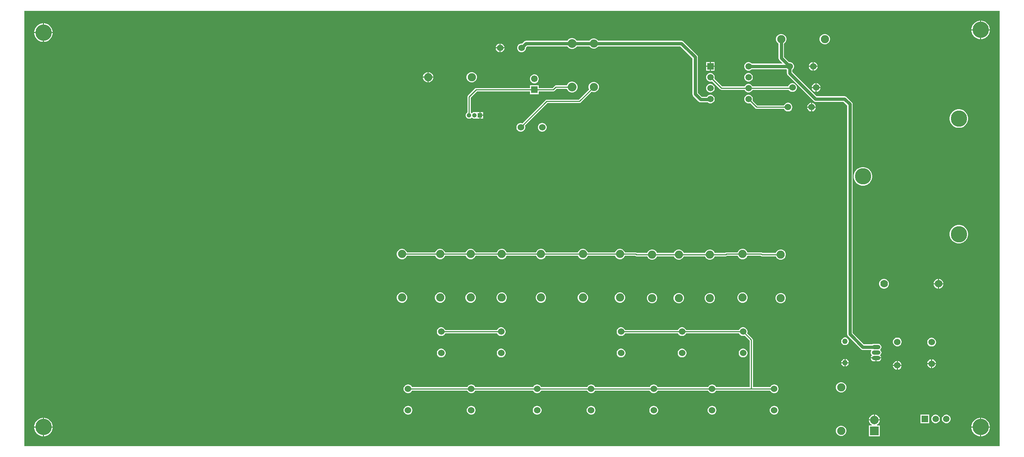
<source format=gbr>
%TF.GenerationSoftware,Altium Limited,DefaultClient, ()*%
G04 Layer_Physical_Order=2*
G04 Layer_Color=16711680*
%FSLAX26Y26*%
%MOIN*%
%TF.SameCoordinates,A8440E4E-9477-41F0-85EB-1FC8FE2754A5*%
%TF.FilePolarity,Positive*%
%TF.FileFunction,Copper,L2,Bot,Signal*%
%TF.Part,Single*%
G01*
G75*
%TA.AperFunction,Conductor*%
%ADD11C,0.010000*%
%ADD12C,0.030000*%
%TA.AperFunction,ComponentPad*%
%ADD14C,0.059055*%
%ADD15R,0.059055X0.059055*%
%ADD16C,0.060000*%
%ADD17C,0.041339*%
%ADD18R,0.041339X0.041339*%
%ADD19C,0.150000*%
%ADD20C,0.070000*%
%ADD21C,0.078740*%
%ADD22R,0.078740X0.078740*%
%TA.AperFunction,ViaPad*%
%ADD23C,0.150000*%
%TA.AperFunction,ComponentPad*%
%ADD24O,0.078740X0.039370*%
%ADD25O,0.078740X0.039370*%
%ADD26C,0.050000*%
%ADD27C,0.075000*%
%ADD28R,0.061024X0.061024*%
%ADD29C,0.061024*%
%ADD30C,0.080000*%
G36*
X8950000Y1000000D02*
X0D01*
Y5000000D01*
X8950000D01*
Y1000000D01*
D02*
G37*
%LPC*%
G36*
X8783372Y4910000D02*
X8780000D01*
Y4830000D01*
X8860000D01*
Y4833372D01*
X8856734Y4849794D01*
X8850326Y4865263D01*
X8841024Y4879184D01*
X8829184Y4891024D01*
X8815263Y4900326D01*
X8799794Y4906734D01*
X8783372Y4910000D01*
D02*
G37*
G36*
X8770000D02*
X8766628D01*
X8750206Y4906734D01*
X8734737Y4900326D01*
X8720816Y4891024D01*
X8708976Y4879184D01*
X8699674Y4865263D01*
X8693266Y4849794D01*
X8690000Y4833372D01*
Y4830000D01*
X8770000D01*
Y4910000D01*
D02*
G37*
G36*
X183372Y4885000D02*
X180000D01*
Y4805000D01*
X260000D01*
Y4808372D01*
X256733Y4824794D01*
X250326Y4840263D01*
X241024Y4854184D01*
X229184Y4866024D01*
X215263Y4875326D01*
X199794Y4881734D01*
X183372Y4885000D01*
D02*
G37*
G36*
X170000D02*
X166628D01*
X150206Y4881734D01*
X134737Y4875326D01*
X120816Y4866024D01*
X108976Y4854184D01*
X99674Y4840263D01*
X93266Y4824794D01*
X90000Y4808372D01*
Y4805000D01*
X170000D01*
Y4885000D01*
D02*
G37*
G36*
X8860000Y4820000D02*
X8780000D01*
Y4740000D01*
X8783372D01*
X8799794Y4743266D01*
X8815263Y4749674D01*
X8829184Y4758976D01*
X8841024Y4770816D01*
X8850326Y4784737D01*
X8856734Y4800206D01*
X8860000Y4816628D01*
Y4820000D01*
D02*
G37*
G36*
X8770000D02*
X8690000D01*
Y4816628D01*
X8693266Y4800206D01*
X8699674Y4784737D01*
X8708976Y4770816D01*
X8720816Y4758976D01*
X8734737Y4749674D01*
X8750206Y4743266D01*
X8766628Y4740000D01*
X8770000D01*
Y4820000D01*
D02*
G37*
G36*
X260000Y4795000D02*
X180000D01*
Y4715000D01*
X183372D01*
X199794Y4718266D01*
X215263Y4724674D01*
X229184Y4733976D01*
X241024Y4745816D01*
X250326Y4759737D01*
X256733Y4775206D01*
X260000Y4791628D01*
Y4795000D01*
D02*
G37*
G36*
X170000D02*
X90000D01*
Y4791628D01*
X93266Y4775206D01*
X99674Y4759737D01*
X108976Y4745816D01*
X120816Y4733976D01*
X134737Y4724674D01*
X150206Y4718266D01*
X166628Y4715000D01*
X170000D01*
Y4795000D01*
D02*
G37*
G36*
X7351253Y4787504D02*
X7338747D01*
X7326666Y4784267D01*
X7315834Y4778014D01*
X7306990Y4769170D01*
X7300737Y4758338D01*
X7297500Y4746257D01*
Y4733751D01*
X7300737Y4721670D01*
X7306990Y4710838D01*
X7315834Y4701994D01*
X7326666Y4695741D01*
X7338747Y4692504D01*
X7351253D01*
X7363334Y4695741D01*
X7374166Y4701994D01*
X7383010Y4710838D01*
X7389263Y4721670D01*
X7392500Y4733751D01*
Y4746257D01*
X7389263Y4758338D01*
X7383010Y4769170D01*
X7374166Y4778014D01*
X7363334Y4784267D01*
X7351253Y4787504D01*
D02*
G37*
G36*
X4370266Y4700000D02*
X4370000D01*
Y4665000D01*
X4405000D01*
Y4665266D01*
X4402274Y4675439D01*
X4397008Y4684561D01*
X4389561Y4692008D01*
X4380439Y4697274D01*
X4370266Y4700000D01*
D02*
G37*
G36*
X4360000D02*
X4359734D01*
X4349561Y4697274D01*
X4340439Y4692008D01*
X4332992Y4684561D01*
X4327726Y4675439D01*
X4325000Y4665266D01*
Y4665000D01*
X4360000D01*
Y4700000D01*
D02*
G37*
G36*
X4405000Y4655000D02*
X4370000D01*
Y4620000D01*
X4370266D01*
X4380439Y4622726D01*
X4389561Y4627992D01*
X4397008Y4635439D01*
X4402274Y4644561D01*
X4405000Y4654734D01*
Y4655000D01*
D02*
G37*
G36*
X4360000D02*
X4325000D01*
Y4654734D01*
X4327726Y4644561D01*
X4332992Y4635439D01*
X4340439Y4627992D01*
X4349561Y4622726D01*
X4359734Y4620000D01*
X4360000D01*
Y4655000D01*
D02*
G37*
G36*
X6951253Y4787504D02*
X6938747D01*
X6926666Y4784267D01*
X6915834Y4778014D01*
X6906990Y4769170D01*
X6900737Y4758338D01*
X6897500Y4746257D01*
Y4733751D01*
X6900737Y4721670D01*
X6906990Y4710838D01*
X6915834Y4701994D01*
X6919510Y4699872D01*
Y4566732D01*
X6921450Y4556977D01*
X6926976Y4548708D01*
X6955575Y4520109D01*
X6953661Y4515490D01*
X6675411D01*
X6669270Y4521630D01*
X6660257Y4526834D01*
X6650204Y4529528D01*
X6639796D01*
X6629743Y4526834D01*
X6620730Y4521630D01*
X6613370Y4514270D01*
X6608166Y4505257D01*
X6605472Y4495204D01*
Y4484796D01*
X6608166Y4474743D01*
X6613370Y4465730D01*
X6620730Y4458370D01*
X6629743Y4453166D01*
X6639796Y4450472D01*
X6650204D01*
X6660257Y4453166D01*
X6669270Y4458370D01*
X6675411Y4464510D01*
X6990653D01*
X6996242Y4458921D01*
Y4428268D01*
X6998182Y4418514D01*
X7003708Y4410244D01*
X7241976Y4171976D01*
X7250245Y4166450D01*
X7260000Y4164510D01*
X7516442D01*
X7549510Y4131442D01*
Y2029000D01*
X7551450Y2019245D01*
X7556976Y2010976D01*
X7675976Y1891976D01*
X7684245Y1886450D01*
X7694000Y1884510D01*
X7770687D01*
X7772868Y1879510D01*
X7769385Y1874971D01*
X7766394Y1867749D01*
X7765374Y1860000D01*
X7766394Y1852251D01*
X7769385Y1845029D01*
X7774143Y1838828D01*
X7775874Y1837500D01*
Y1832500D01*
X7774143Y1831172D01*
X7769385Y1824971D01*
X7766394Y1817749D01*
X7766032Y1815000D01*
X7815000D01*
X7863968D01*
X7863606Y1817749D01*
X7860615Y1824971D01*
X7855857Y1831172D01*
X7854126Y1832500D01*
Y1837500D01*
X7855857Y1838828D01*
X7860615Y1845029D01*
X7863606Y1852251D01*
X7864626Y1860000D01*
X7863606Y1867749D01*
X7860615Y1874971D01*
X7855857Y1881172D01*
X7854126Y1882500D01*
Y1887500D01*
X7855857Y1888828D01*
X7860615Y1895029D01*
X7863606Y1902251D01*
X7864626Y1910000D01*
X7863606Y1917749D01*
X7860615Y1924971D01*
X7855857Y1931172D01*
X7849656Y1935930D01*
X7842434Y1938921D01*
X7834685Y1939941D01*
X7795315D01*
X7787566Y1938921D01*
X7780344Y1935930D01*
X7779771Y1935490D01*
X7704558D01*
X7600490Y2039558D01*
Y4142000D01*
X7598550Y4151755D01*
X7593024Y4160024D01*
X7545024Y4208024D01*
X7536755Y4213550D01*
X7527000Y4215490D01*
X7270558D01*
X7047222Y4438826D01*
Y4458921D01*
X7053740Y4465439D01*
X7059006Y4474561D01*
X7061732Y4484734D01*
Y4495266D01*
X7059006Y4505439D01*
X7053740Y4514561D01*
X7046293Y4522008D01*
X7037171Y4527274D01*
X7026998Y4530000D01*
X7017780D01*
X6970490Y4577290D01*
Y4699872D01*
X6974166Y4701994D01*
X6983010Y4710838D01*
X6989263Y4721670D01*
X6992500Y4733751D01*
Y4746257D01*
X6989263Y4758338D01*
X6983010Y4769170D01*
X6974166Y4778014D01*
X6963334Y4784267D01*
X6951253Y4787504D01*
D02*
G37*
G36*
X7243534Y4530000D02*
X7243268D01*
Y4495000D01*
X7278268D01*
Y4495266D01*
X7275542Y4505439D01*
X7270276Y4514561D01*
X7262829Y4522008D01*
X7253707Y4527274D01*
X7243534Y4530000D01*
D02*
G37*
G36*
X6334528Y4529528D02*
X6300000D01*
Y4495000D01*
X6334528D01*
Y4529528D01*
D02*
G37*
G36*
X6290000D02*
X6255472D01*
Y4495000D01*
X6290000D01*
Y4529528D01*
D02*
G37*
G36*
X7233268Y4530000D02*
X7233002D01*
X7222829Y4527274D01*
X7213707Y4522008D01*
X7206260Y4514561D01*
X7200994Y4505439D01*
X7198268Y4495266D01*
Y4495000D01*
X7233268D01*
Y4530000D01*
D02*
G37*
G36*
X6334528Y4485000D02*
X6300000D01*
Y4450472D01*
X6334528D01*
Y4485000D01*
D02*
G37*
G36*
X6290000D02*
X6255472D01*
Y4450472D01*
X6290000D01*
Y4485000D01*
D02*
G37*
G36*
X7278268D02*
X7243268D01*
Y4450000D01*
X7243534D01*
X7253707Y4452726D01*
X7262829Y4457992D01*
X7270276Y4465439D01*
X7275542Y4474561D01*
X7278268Y4484734D01*
Y4485000D01*
D02*
G37*
G36*
X7233268D02*
X7198268D01*
Y4484734D01*
X7200994Y4474561D01*
X7206260Y4465439D01*
X7213707Y4457992D01*
X7222829Y4452726D01*
X7233002Y4450000D01*
X7233268D01*
Y4485000D01*
D02*
G37*
G36*
X3711253Y4437496D02*
X3710000D01*
Y4394996D01*
X3752500D01*
Y4396249D01*
X3749263Y4408330D01*
X3743010Y4419162D01*
X3734166Y4428006D01*
X3723334Y4434259D01*
X3711253Y4437496D01*
D02*
G37*
G36*
X3700000D02*
X3698747D01*
X3686666Y4434259D01*
X3675834Y4428006D01*
X3666990Y4419162D01*
X3660737Y4408330D01*
X3657500Y4396249D01*
Y4394996D01*
X3700000D01*
Y4437496D01*
D02*
G37*
G36*
X6650204Y4429528D02*
X6639796D01*
X6629743Y4426834D01*
X6620730Y4421630D01*
X6613370Y4414270D01*
X6608166Y4405257D01*
X6605472Y4395204D01*
Y4384796D01*
X6608166Y4374743D01*
X6613370Y4365730D01*
X6620730Y4358370D01*
X6629743Y4353166D01*
X6639796Y4350472D01*
X6650204D01*
X6660257Y4353166D01*
X6669270Y4358370D01*
X6676630Y4365730D01*
X6681834Y4374743D01*
X6684528Y4384796D01*
Y4395204D01*
X6681834Y4405257D01*
X6676630Y4414270D01*
X6669270Y4421630D01*
X6660257Y4426834D01*
X6650204Y4429528D01*
D02*
G37*
G36*
X4111253Y4437496D02*
X4098747D01*
X4086666Y4434259D01*
X4075834Y4428006D01*
X4066990Y4419162D01*
X4060737Y4408330D01*
X4057500Y4396249D01*
Y4383743D01*
X4060737Y4371662D01*
X4066990Y4360830D01*
X4075834Y4351986D01*
X4086666Y4345733D01*
X4098747Y4342496D01*
X4111253D01*
X4123334Y4345733D01*
X4134166Y4351986D01*
X4143010Y4360830D01*
X4149263Y4371662D01*
X4152500Y4383743D01*
Y4396249D01*
X4149263Y4408330D01*
X4143010Y4419162D01*
X4134166Y4428006D01*
X4123334Y4434259D01*
X4111253Y4437496D01*
D02*
G37*
G36*
X3752500Y4384996D02*
X3710000D01*
Y4342496D01*
X3711253D01*
X3723334Y4345733D01*
X3734166Y4351986D01*
X3743010Y4360830D01*
X3749263Y4371662D01*
X3752500Y4383743D01*
Y4384996D01*
D02*
G37*
G36*
X3700000D02*
X3657500D01*
Y4383743D01*
X3660737Y4371662D01*
X3666990Y4360830D01*
X3675834Y4351986D01*
X3686666Y4345733D01*
X3698747Y4342496D01*
X3700000D01*
Y4384996D01*
D02*
G37*
G36*
X4685333Y4415512D02*
X4674667D01*
X4664363Y4412751D01*
X4655125Y4407417D01*
X4647583Y4399875D01*
X4642249Y4390637D01*
X4639488Y4380333D01*
Y4369667D01*
X4642249Y4359363D01*
X4647583Y4350125D01*
X4655125Y4342583D01*
X4664363Y4337249D01*
X4674667Y4334488D01*
X4685333D01*
X4695637Y4337249D01*
X4704875Y4342583D01*
X4712417Y4350125D01*
X4717751Y4359363D01*
X4720512Y4369667D01*
Y4380333D01*
X4717751Y4390637D01*
X4712417Y4399875D01*
X4704875Y4407417D01*
X4695637Y4412751D01*
X4685333Y4415512D01*
D02*
G37*
G36*
X7270266Y4335000D02*
X7270000D01*
Y4300000D01*
X7305000D01*
Y4300266D01*
X7302274Y4310439D01*
X7297008Y4319561D01*
X7289561Y4327008D01*
X7280439Y4332274D01*
X7270266Y4335000D01*
D02*
G37*
G36*
X7260000D02*
X7259734D01*
X7249561Y4332274D01*
X7240439Y4327008D01*
X7232992Y4319561D01*
X7227726Y4310439D01*
X7225000Y4300266D01*
Y4300000D01*
X7260000D01*
Y4335000D01*
D02*
G37*
G36*
X5031583Y4350000D02*
X5018417D01*
X5005701Y4346592D01*
X4994299Y4340010D01*
X4984990Y4330701D01*
X4978408Y4319299D01*
X4977334Y4315294D01*
X4877000D01*
X4871147Y4314130D01*
X4866186Y4310814D01*
X4845665Y4290294D01*
X4720512D01*
Y4315512D01*
X4639488D01*
Y4290294D01*
X4145000D01*
X4139147Y4289130D01*
X4134186Y4285814D01*
X4069186Y4220814D01*
X4065870Y4215853D01*
X4064706Y4210000D01*
Y4066584D01*
X4061169Y4064541D01*
X4055459Y4058831D01*
X4051421Y4051838D01*
X4049331Y4044038D01*
Y4035962D01*
X4051421Y4028162D01*
X4055459Y4021169D01*
X4061169Y4015459D01*
X4068162Y4011421D01*
X4075962Y4009331D01*
X4084038D01*
X4091838Y4011421D01*
X4098831Y4015459D01*
X4101645Y4018272D01*
X4105000Y4020820D01*
X4108355Y4018272D01*
X4111169Y4015459D01*
X4118162Y4011421D01*
X4125962Y4009331D01*
X4134038D01*
X4141838Y4011421D01*
X4144331Y4012860D01*
X4149331Y4009973D01*
Y4009331D01*
X4175000D01*
Y4040000D01*
Y4070669D01*
X4149331D01*
Y4070027D01*
X4144331Y4067140D01*
X4141838Y4068579D01*
X4134038Y4070669D01*
X4125962D01*
X4118162Y4068579D01*
X4111169Y4064541D01*
X4108355Y4061728D01*
X4105000Y4059180D01*
X4101645Y4061728D01*
X4098831Y4064541D01*
X4095294Y4066584D01*
Y4203665D01*
X4151335Y4259706D01*
X4639488D01*
Y4234488D01*
X4720512D01*
Y4259706D01*
X4852000D01*
X4857853Y4260870D01*
X4862814Y4264186D01*
X4883335Y4284706D01*
X4977334D01*
X4978408Y4280701D01*
X4984990Y4269299D01*
X4994299Y4259990D01*
X5005701Y4253408D01*
X5018417Y4250000D01*
X5031583D01*
X5044299Y4253408D01*
X5055701Y4259990D01*
X5065010Y4269299D01*
X5071592Y4280701D01*
X5075000Y4293417D01*
Y4306583D01*
X5071592Y4319299D01*
X5065010Y4330701D01*
X5055701Y4340010D01*
X5044299Y4346592D01*
X5031583Y4350000D01*
D02*
G37*
G36*
X7305000Y4290000D02*
X7270000D01*
Y4255000D01*
X7270266D01*
X7280439Y4257726D01*
X7289561Y4262992D01*
X7297008Y4270439D01*
X7302274Y4279561D01*
X7305000Y4289734D01*
Y4290000D01*
D02*
G37*
G36*
X7260000D02*
X7225000D01*
Y4289734D01*
X7227726Y4279561D01*
X7232992Y4270439D01*
X7240439Y4262992D01*
X7249561Y4257726D01*
X7259734Y4255000D01*
X7260000D01*
Y4290000D01*
D02*
G37*
G36*
X6300204Y4429528D02*
X6289796D01*
X6279743Y4426834D01*
X6270730Y4421630D01*
X6263370Y4414270D01*
X6258166Y4405257D01*
X6255472Y4395204D01*
Y4384796D01*
X6258166Y4374743D01*
X6263370Y4365730D01*
X6270730Y4358370D01*
X6279743Y4353166D01*
X6289796Y4350472D01*
X6300204D01*
X6310216Y4353155D01*
X6384186Y4279185D01*
X6389147Y4275870D01*
X6395000Y4274706D01*
X6608187D01*
X6613370Y4265730D01*
X6620730Y4258370D01*
X6629743Y4253166D01*
X6639796Y4250472D01*
X6650204D01*
X6660257Y4253166D01*
X6669270Y4258370D01*
X6676630Y4265730D01*
X6681813Y4274706D01*
X7013995D01*
X7016458Y4270439D01*
X7023905Y4262992D01*
X7033027Y4257726D01*
X7043200Y4255000D01*
X7053732D01*
X7063905Y4257726D01*
X7073027Y4262992D01*
X7080474Y4270439D01*
X7085740Y4279561D01*
X7088466Y4289734D01*
Y4300266D01*
X7085740Y4310439D01*
X7080474Y4319561D01*
X7073027Y4327008D01*
X7063905Y4332274D01*
X7053732Y4335000D01*
X7043200D01*
X7033027Y4332274D01*
X7023905Y4327008D01*
X7016458Y4319561D01*
X7011192Y4310439D01*
X7009813Y4305294D01*
X6681813D01*
X6676630Y4314270D01*
X6669270Y4321630D01*
X6660257Y4326834D01*
X6650204Y4329528D01*
X6639796D01*
X6629743Y4326834D01*
X6620730Y4321630D01*
X6613370Y4314270D01*
X6608187Y4305294D01*
X6401335D01*
X6331845Y4374784D01*
X6334528Y4384796D01*
Y4395204D01*
X6331834Y4405257D01*
X6326630Y4414270D01*
X6319270Y4421630D01*
X6310257Y4426834D01*
X6300204Y4429528D01*
D02*
G37*
G36*
X5231257Y4347500D02*
X5218751D01*
X5206670Y4344263D01*
X5195838Y4338010D01*
X5186994Y4329166D01*
X5180741Y4318334D01*
X5177504Y4306253D01*
Y4293747D01*
X5180741Y4281666D01*
X5182315Y4278940D01*
X5087669Y4184294D01*
X4794000D01*
X4788147Y4183130D01*
X4783186Y4179814D01*
X4570570Y3967199D01*
X4570439Y3967274D01*
X4560266Y3970000D01*
X4549734D01*
X4539561Y3967274D01*
X4530439Y3962008D01*
X4522992Y3954561D01*
X4517726Y3945439D01*
X4515000Y3935266D01*
Y3924734D01*
X4517726Y3914561D01*
X4522992Y3905439D01*
X4530439Y3897992D01*
X4539561Y3892726D01*
X4549734Y3890000D01*
X4560266D01*
X4570439Y3892726D01*
X4579561Y3897992D01*
X4587008Y3905439D01*
X4592274Y3914561D01*
X4595000Y3924734D01*
Y3935266D01*
X4592274Y3945439D01*
X4592199Y3945570D01*
X4800335Y4153706D01*
X5094004D01*
X5099857Y4154870D01*
X5104818Y4158186D01*
X5203944Y4257311D01*
X5206670Y4255737D01*
X5218751Y4252500D01*
X5231257D01*
X5243338Y4255737D01*
X5254170Y4261990D01*
X5263014Y4270834D01*
X5269267Y4281666D01*
X5272504Y4293747D01*
Y4306253D01*
X5269267Y4318334D01*
X5263014Y4329166D01*
X5254170Y4338010D01*
X5243338Y4344263D01*
X5231257Y4347500D01*
D02*
G37*
G36*
X6300204Y4329528D02*
X6289796D01*
X6279743Y4326834D01*
X6270730Y4321630D01*
X6263370Y4314270D01*
X6258166Y4305257D01*
X6255472Y4295204D01*
Y4284796D01*
X6258166Y4274743D01*
X6263370Y4265730D01*
X6270730Y4258370D01*
X6279743Y4253166D01*
X6289796Y4250472D01*
X6300204D01*
X6310257Y4253166D01*
X6319270Y4258370D01*
X6326630Y4265730D01*
X6331834Y4274743D01*
X6334528Y4284796D01*
Y4295204D01*
X6331834Y4305257D01*
X6326630Y4314270D01*
X6319270Y4321630D01*
X6310257Y4326834D01*
X6300204Y4329528D01*
D02*
G37*
G36*
X5031583Y4750000D02*
X5018417D01*
X5005701Y4746592D01*
X4994299Y4740010D01*
X4984990Y4730701D01*
X4981982Y4725490D01*
X4601850D01*
X4592095Y4723550D01*
X4583826Y4718024D01*
X4565802Y4700000D01*
X4556584D01*
X4546411Y4697274D01*
X4537289Y4692008D01*
X4529842Y4684561D01*
X4524576Y4675439D01*
X4521850Y4665266D01*
Y4654734D01*
X4524576Y4644561D01*
X4529842Y4635439D01*
X4537289Y4627992D01*
X4546411Y4622726D01*
X4556584Y4620000D01*
X4567116D01*
X4577289Y4622726D01*
X4586411Y4627992D01*
X4593858Y4635439D01*
X4599124Y4644561D01*
X4601850Y4654734D01*
Y4663952D01*
X4612408Y4674510D01*
X4981982D01*
X4984990Y4669299D01*
X4994299Y4659990D01*
X5005701Y4653408D01*
X5018417Y4650000D01*
X5031583D01*
X5044299Y4653408D01*
X5055701Y4659990D01*
X5065010Y4669299D01*
X5068018Y4674510D01*
X5184872D01*
X5186994Y4670834D01*
X5195838Y4661990D01*
X5206670Y4655737D01*
X5218751Y4652500D01*
X5231257D01*
X5243338Y4655737D01*
X5254170Y4661990D01*
X5263014Y4670834D01*
X5265136Y4674510D01*
X6019442D01*
X6129510Y4564442D01*
Y4235000D01*
X6131450Y4225245D01*
X6136976Y4216976D01*
X6186976Y4166976D01*
X6195245Y4161450D01*
X6205000Y4159510D01*
X6269589D01*
X6270730Y4158370D01*
X6279743Y4153166D01*
X6289796Y4150472D01*
X6300204D01*
X6310257Y4153166D01*
X6319270Y4158370D01*
X6326630Y4165730D01*
X6331834Y4174743D01*
X6334528Y4184796D01*
Y4195204D01*
X6331834Y4205257D01*
X6326630Y4214270D01*
X6319270Y4221630D01*
X6310257Y4226834D01*
X6300204Y4229528D01*
X6289796D01*
X6279743Y4226834D01*
X6270730Y4221630D01*
X6263370Y4214270D01*
X6261187Y4210490D01*
X6215558D01*
X6180490Y4245558D01*
Y4575000D01*
X6178550Y4584755D01*
X6173024Y4593024D01*
X6048024Y4718024D01*
X6039755Y4723550D01*
X6030000Y4725490D01*
X5265136D01*
X5263014Y4729166D01*
X5254170Y4738010D01*
X5243338Y4744263D01*
X5231257Y4747500D01*
X5218751D01*
X5206670Y4744263D01*
X5195838Y4738010D01*
X5186994Y4729166D01*
X5184872Y4725490D01*
X5068018D01*
X5065010Y4730701D01*
X5055701Y4740010D01*
X5044299Y4746592D01*
X5031583Y4750000D01*
D02*
G37*
G36*
X7228534Y4155000D02*
X7228268D01*
Y4120000D01*
X7263268D01*
Y4120266D01*
X7260542Y4130439D01*
X7255276Y4139561D01*
X7247829Y4147008D01*
X7238707Y4152274D01*
X7228534Y4155000D01*
D02*
G37*
G36*
X7218268D02*
X7218002D01*
X7207829Y4152274D01*
X7198707Y4147008D01*
X7191260Y4139561D01*
X7185994Y4130439D01*
X7183268Y4120266D01*
Y4120000D01*
X7218268D01*
Y4155000D01*
D02*
G37*
G36*
X7263268Y4110000D02*
X7228268D01*
Y4075000D01*
X7228534D01*
X7238707Y4077726D01*
X7247829Y4082992D01*
X7255276Y4090439D01*
X7260542Y4099561D01*
X7263268Y4109734D01*
Y4110000D01*
D02*
G37*
G36*
X7218268D02*
X7183268D01*
Y4109734D01*
X7185994Y4099561D01*
X7191260Y4090439D01*
X7198707Y4082992D01*
X7207829Y4077726D01*
X7218002Y4075000D01*
X7218268D01*
Y4110000D01*
D02*
G37*
G36*
X6650204Y4229528D02*
X6639796D01*
X6629743Y4226834D01*
X6620730Y4221630D01*
X6613370Y4214270D01*
X6608166Y4205257D01*
X6605472Y4195204D01*
Y4184796D01*
X6608166Y4174743D01*
X6613370Y4165730D01*
X6620730Y4158370D01*
X6629743Y4153166D01*
X6639796Y4150472D01*
X6650204D01*
X6660216Y4153155D01*
X6709186Y4104186D01*
X6714147Y4100870D01*
X6720000Y4099706D01*
X6969419D01*
X6969458Y4099561D01*
X6974724Y4090439D01*
X6982171Y4082992D01*
X6991293Y4077726D01*
X7001466Y4075000D01*
X7011998D01*
X7022171Y4077726D01*
X7031293Y4082992D01*
X7038740Y4090439D01*
X7044006Y4099561D01*
X7046732Y4109734D01*
Y4120266D01*
X7044006Y4130439D01*
X7038740Y4139561D01*
X7031293Y4147008D01*
X7022171Y4152274D01*
X7011998Y4155000D01*
X7001466D01*
X6991293Y4152274D01*
X6982171Y4147008D01*
X6974724Y4139561D01*
X6969458Y4130439D01*
X6969419Y4130294D01*
X6726335D01*
X6681845Y4174784D01*
X6684528Y4184796D01*
Y4195204D01*
X6681834Y4205257D01*
X6676630Y4214270D01*
X6669270Y4221630D01*
X6660257Y4226834D01*
X6650204Y4229528D01*
D02*
G37*
G36*
X4210669Y4070669D02*
X4185000D01*
Y4045000D01*
X4210669D01*
Y4070669D01*
D02*
G37*
G36*
Y4035000D02*
X4185000D01*
Y4009331D01*
X4210669D01*
Y4035000D01*
D02*
G37*
G36*
X8583372Y4095000D02*
X8566628D01*
X8550206Y4091733D01*
X8534737Y4085326D01*
X8520816Y4076024D01*
X8508976Y4064184D01*
X8499674Y4050263D01*
X8493266Y4034794D01*
X8490000Y4018372D01*
Y4001628D01*
X8493266Y3985206D01*
X8499674Y3969737D01*
X8508976Y3955816D01*
X8520816Y3943976D01*
X8534737Y3934674D01*
X8550206Y3928267D01*
X8566628Y3925000D01*
X8583372D01*
X8599794Y3928267D01*
X8615263Y3934674D01*
X8629184Y3943976D01*
X8641024Y3955816D01*
X8650326Y3969737D01*
X8656734Y3985206D01*
X8660000Y4001628D01*
Y4018372D01*
X8656734Y4034794D01*
X8650326Y4050263D01*
X8641024Y4064184D01*
X8629184Y4076024D01*
X8615263Y4085326D01*
X8599794Y4091733D01*
X8583372Y4095000D01*
D02*
G37*
G36*
X4757116Y3970000D02*
X4746584D01*
X4736411Y3967274D01*
X4727289Y3962008D01*
X4719842Y3954561D01*
X4714576Y3945439D01*
X4711850Y3935266D01*
Y3924734D01*
X4714576Y3914561D01*
X4719842Y3905439D01*
X4727289Y3897992D01*
X4736411Y3892726D01*
X4746584Y3890000D01*
X4757116D01*
X4767289Y3892726D01*
X4776411Y3897992D01*
X4783858Y3905439D01*
X4789124Y3914561D01*
X4791850Y3924734D01*
Y3935266D01*
X4789124Y3945439D01*
X4783858Y3954561D01*
X4776411Y3962008D01*
X4767289Y3967274D01*
X4757116Y3970000D01*
D02*
G37*
G36*
X7703372Y3564000D02*
X7686628D01*
X7670206Y3560733D01*
X7654737Y3554326D01*
X7640816Y3545024D01*
X7628976Y3533184D01*
X7619674Y3519263D01*
X7613266Y3503794D01*
X7610000Y3487372D01*
Y3470628D01*
X7613266Y3454206D01*
X7619674Y3438737D01*
X7628976Y3424816D01*
X7640816Y3412976D01*
X7654737Y3403674D01*
X7670206Y3397267D01*
X7686628Y3394000D01*
X7703372D01*
X7719794Y3397267D01*
X7735263Y3403674D01*
X7749184Y3412976D01*
X7761024Y3424816D01*
X7770326Y3438737D01*
X7776734Y3454206D01*
X7780000Y3470628D01*
Y3487372D01*
X7776734Y3503794D01*
X7770326Y3519263D01*
X7761024Y3533184D01*
X7749184Y3545024D01*
X7735263Y3554326D01*
X7719794Y3560733D01*
X7703372Y3564000D01*
D02*
G37*
G36*
X8583372Y3033000D02*
X8566628D01*
X8550206Y3029733D01*
X8534737Y3023326D01*
X8520816Y3014024D01*
X8508976Y3002184D01*
X8499674Y2988263D01*
X8493266Y2972794D01*
X8490000Y2956372D01*
Y2939628D01*
X8493266Y2923206D01*
X8499674Y2907737D01*
X8508976Y2893816D01*
X8520816Y2881976D01*
X8534737Y2872674D01*
X8550206Y2866267D01*
X8566628Y2863000D01*
X8583372D01*
X8599794Y2866267D01*
X8615263Y2872674D01*
X8629184Y2881976D01*
X8641024Y2893816D01*
X8650326Y2907737D01*
X8656734Y2923206D01*
X8660000Y2939628D01*
Y2956372D01*
X8656734Y2972794D01*
X8650326Y2988263D01*
X8641024Y3002184D01*
X8629184Y3014024D01*
X8615263Y3023326D01*
X8599794Y3029733D01*
X8583372Y3033000D01*
D02*
G37*
G36*
X6596257Y2812500D02*
X6583751D01*
X6571670Y2809263D01*
X6560838Y2803010D01*
X6551994Y2794166D01*
X6545741Y2783334D01*
X6544926Y2780294D01*
X6442000D01*
X6436147Y2779130D01*
X6431186Y2775814D01*
X6430665Y2775294D01*
X6335082D01*
X6334267Y2778334D01*
X6328014Y2789166D01*
X6319170Y2798010D01*
X6308338Y2804263D01*
X6296257Y2807500D01*
X6283751D01*
X6271670Y2804263D01*
X6260838Y2798010D01*
X6251994Y2789166D01*
X6245741Y2778334D01*
X6244926Y2775294D01*
X6050082D01*
X6049267Y2778334D01*
X6043014Y2789166D01*
X6034170Y2798010D01*
X6023338Y2804263D01*
X6011257Y2807500D01*
X5998751D01*
X5986670Y2804263D01*
X5975838Y2798010D01*
X5966994Y2789166D01*
X5960741Y2778334D01*
X5959926Y2775294D01*
X5805082D01*
X5804267Y2778334D01*
X5798014Y2789166D01*
X5789170Y2798010D01*
X5778338Y2804263D01*
X5766257Y2807500D01*
X5753751D01*
X5741670Y2804263D01*
X5730838Y2798010D01*
X5721994Y2789166D01*
X5715741Y2778334D01*
X5714926Y2775294D01*
X5621335D01*
X5620814Y2775814D01*
X5615853Y2779130D01*
X5610000Y2780294D01*
X5510082D01*
X5509267Y2783334D01*
X5503014Y2794166D01*
X5494170Y2803010D01*
X5483338Y2809263D01*
X5471257Y2812500D01*
X5458751D01*
X5446670Y2809263D01*
X5435838Y2803010D01*
X5426994Y2794166D01*
X5420741Y2783334D01*
X5419926Y2780294D01*
X5170082D01*
X5169267Y2783334D01*
X5163014Y2794166D01*
X5154170Y2803010D01*
X5143338Y2809263D01*
X5131257Y2812500D01*
X5118751D01*
X5106670Y2809263D01*
X5095838Y2803010D01*
X5086994Y2794166D01*
X5080741Y2783334D01*
X5079926Y2780294D01*
X4785078D01*
X4784263Y2783334D01*
X4778010Y2794166D01*
X4769166Y2803010D01*
X4758334Y2809263D01*
X4746253Y2812500D01*
X4733747D01*
X4721666Y2809263D01*
X4710834Y2803010D01*
X4701990Y2794166D01*
X4695737Y2783334D01*
X4694922Y2780294D01*
X4425078D01*
X4424263Y2783334D01*
X4418010Y2794166D01*
X4409166Y2803010D01*
X4398334Y2809263D01*
X4386253Y2812500D01*
X4373747D01*
X4361666Y2809263D01*
X4350834Y2803010D01*
X4341990Y2794166D01*
X4335737Y2783334D01*
X4334922Y2780294D01*
X4140078D01*
X4139263Y2783334D01*
X4133010Y2794166D01*
X4124166Y2803010D01*
X4113334Y2809263D01*
X4101253Y2812500D01*
X4088747D01*
X4076666Y2809263D01*
X4065834Y2803010D01*
X4056990Y2794166D01*
X4050737Y2783334D01*
X4049922Y2780294D01*
X3860078D01*
X3859263Y2783334D01*
X3853010Y2794166D01*
X3844166Y2803010D01*
X3833334Y2809263D01*
X3821253Y2812500D01*
X3808747D01*
X3796666Y2809263D01*
X3785834Y2803010D01*
X3776990Y2794166D01*
X3770737Y2783334D01*
X3769922Y2780294D01*
X3510078D01*
X3509263Y2783334D01*
X3503010Y2794166D01*
X3494166Y2803010D01*
X3483334Y2809263D01*
X3471253Y2812500D01*
X3458747D01*
X3446666Y2809263D01*
X3435834Y2803010D01*
X3426990Y2794166D01*
X3420737Y2783334D01*
X3417500Y2771253D01*
Y2758747D01*
X3420737Y2746666D01*
X3426990Y2735834D01*
X3435834Y2726990D01*
X3446666Y2720737D01*
X3458747Y2717500D01*
X3471253D01*
X3483334Y2720737D01*
X3494166Y2726990D01*
X3503010Y2735834D01*
X3509263Y2746666D01*
X3510078Y2749706D01*
X3769922D01*
X3770737Y2746666D01*
X3776990Y2735834D01*
X3785834Y2726990D01*
X3796666Y2720737D01*
X3808747Y2717500D01*
X3821253D01*
X3833334Y2720737D01*
X3844166Y2726990D01*
X3853010Y2735834D01*
X3859263Y2746666D01*
X3860078Y2749706D01*
X4049922D01*
X4050737Y2746666D01*
X4056990Y2735834D01*
X4065834Y2726990D01*
X4076666Y2720737D01*
X4088747Y2717500D01*
X4101253D01*
X4113334Y2720737D01*
X4124166Y2726990D01*
X4133010Y2735834D01*
X4139263Y2746666D01*
X4140078Y2749706D01*
X4334922D01*
X4335737Y2746666D01*
X4341990Y2735834D01*
X4350834Y2726990D01*
X4361666Y2720737D01*
X4373747Y2717500D01*
X4386253D01*
X4398334Y2720737D01*
X4409166Y2726990D01*
X4418010Y2735834D01*
X4424263Y2746666D01*
X4425078Y2749706D01*
X4694922D01*
X4695737Y2746666D01*
X4701990Y2735834D01*
X4710834Y2726990D01*
X4721666Y2720737D01*
X4733747Y2717500D01*
X4746253D01*
X4758334Y2720737D01*
X4769166Y2726990D01*
X4778010Y2735834D01*
X4784263Y2746666D01*
X4785078Y2749706D01*
X5079926D01*
X5080741Y2746666D01*
X5086994Y2735834D01*
X5095838Y2726990D01*
X5106670Y2720737D01*
X5118751Y2717500D01*
X5131257D01*
X5143338Y2720737D01*
X5154170Y2726990D01*
X5163014Y2735834D01*
X5169267Y2746666D01*
X5170082Y2749706D01*
X5419926D01*
X5420741Y2746666D01*
X5426994Y2735834D01*
X5435838Y2726990D01*
X5446670Y2720737D01*
X5458751Y2717500D01*
X5471257D01*
X5483338Y2720737D01*
X5494170Y2726990D01*
X5503014Y2735834D01*
X5509267Y2746666D01*
X5510082Y2749706D01*
X5603665D01*
X5604186Y2749186D01*
X5609147Y2745870D01*
X5615000Y2744706D01*
X5714926D01*
X5715741Y2741666D01*
X5721994Y2730834D01*
X5730838Y2721990D01*
X5741670Y2715737D01*
X5753751Y2712500D01*
X5766257D01*
X5778338Y2715737D01*
X5789170Y2721990D01*
X5798014Y2730834D01*
X5804267Y2741666D01*
X5805082Y2744706D01*
X5959926D01*
X5960741Y2741666D01*
X5966994Y2730834D01*
X5975838Y2721990D01*
X5986670Y2715737D01*
X5998751Y2712500D01*
X6011257D01*
X6023338Y2715737D01*
X6034170Y2721990D01*
X6043014Y2730834D01*
X6049267Y2741666D01*
X6050082Y2744706D01*
X6244926D01*
X6245741Y2741666D01*
X6251994Y2730834D01*
X6260838Y2721990D01*
X6271670Y2715737D01*
X6283751Y2712500D01*
X6296257D01*
X6308338Y2715737D01*
X6319170Y2721990D01*
X6328014Y2730834D01*
X6334267Y2741666D01*
X6335082Y2744706D01*
X6437000D01*
X6442853Y2745870D01*
X6447814Y2749186D01*
X6448335Y2749706D01*
X6544926D01*
X6545741Y2746666D01*
X6551994Y2735834D01*
X6560838Y2726990D01*
X6571670Y2720737D01*
X6583751Y2717500D01*
X6596257D01*
X6608338Y2720737D01*
X6619170Y2726990D01*
X6628014Y2735834D01*
X6634267Y2746666D01*
X6635082Y2749706D01*
X6755665D01*
X6756186Y2749186D01*
X6761147Y2745870D01*
X6767000Y2744706D01*
X6894926D01*
X6895741Y2741666D01*
X6901994Y2730834D01*
X6910838Y2721990D01*
X6921670Y2715737D01*
X6933751Y2712500D01*
X6946257D01*
X6958338Y2715737D01*
X6969170Y2721990D01*
X6978014Y2730834D01*
X6984267Y2741666D01*
X6987504Y2753747D01*
Y2766253D01*
X6984267Y2778334D01*
X6978014Y2789166D01*
X6969170Y2798010D01*
X6958338Y2804263D01*
X6946257Y2807500D01*
X6933751D01*
X6921670Y2804263D01*
X6910838Y2798010D01*
X6901994Y2789166D01*
X6895741Y2778334D01*
X6894926Y2775294D01*
X6773335D01*
X6772814Y2775814D01*
X6767853Y2779130D01*
X6762000Y2780294D01*
X6635082D01*
X6634267Y2783334D01*
X6628014Y2794166D01*
X6619170Y2803010D01*
X6608338Y2809263D01*
X6596257Y2812500D01*
D02*
G37*
G36*
X8393924Y2537000D02*
X8393000D01*
Y2497000D01*
X8433000D01*
Y2497924D01*
X8429933Y2509369D01*
X8424009Y2519631D01*
X8415631Y2528009D01*
X8405369Y2533933D01*
X8393924Y2537000D01*
D02*
G37*
G36*
X8383000D02*
X8382076D01*
X8370631Y2533933D01*
X8360369Y2528009D01*
X8351991Y2519631D01*
X8346067Y2509369D01*
X8343000Y2497924D01*
Y2497000D01*
X8383000D01*
Y2537000D01*
D02*
G37*
G36*
X8433000Y2487000D02*
X8393000D01*
Y2447000D01*
X8393924D01*
X8405369Y2450067D01*
X8415631Y2455991D01*
X8424009Y2464369D01*
X8429933Y2474631D01*
X8433000Y2486076D01*
Y2487000D01*
D02*
G37*
G36*
X8383000D02*
X8343000D01*
Y2486076D01*
X8346067Y2474631D01*
X8351991Y2464369D01*
X8360369Y2455991D01*
X8370631Y2450067D01*
X8382076Y2447000D01*
X8383000D01*
Y2487000D01*
D02*
G37*
G36*
X7893924Y2537000D02*
X7882076D01*
X7870631Y2533933D01*
X7860369Y2528009D01*
X7851991Y2519631D01*
X7846067Y2509369D01*
X7843000Y2497924D01*
Y2486076D01*
X7846067Y2474631D01*
X7851991Y2464369D01*
X7860369Y2455991D01*
X7870631Y2450067D01*
X7882076Y2447000D01*
X7893924D01*
X7905369Y2450067D01*
X7915631Y2455991D01*
X7924009Y2464369D01*
X7929933Y2474631D01*
X7933000Y2486076D01*
Y2497924D01*
X7929933Y2509369D01*
X7924009Y2519631D01*
X7915631Y2528009D01*
X7905369Y2533933D01*
X7893924Y2537000D01*
D02*
G37*
G36*
X6596257Y2412500D02*
X6583751D01*
X6571670Y2409263D01*
X6560838Y2403010D01*
X6551994Y2394166D01*
X6545741Y2383334D01*
X6542504Y2371253D01*
Y2358747D01*
X6545741Y2346666D01*
X6551994Y2335834D01*
X6560838Y2326990D01*
X6571670Y2320737D01*
X6583751Y2317500D01*
X6596257D01*
X6608338Y2320737D01*
X6619170Y2326990D01*
X6628014Y2335834D01*
X6634267Y2346666D01*
X6637504Y2358747D01*
Y2371253D01*
X6634267Y2383334D01*
X6628014Y2394166D01*
X6619170Y2403010D01*
X6608338Y2409263D01*
X6596257Y2412500D01*
D02*
G37*
G36*
X5471257D02*
X5458751D01*
X5446670Y2409263D01*
X5435838Y2403010D01*
X5426994Y2394166D01*
X5420741Y2383334D01*
X5417504Y2371253D01*
Y2358747D01*
X5420741Y2346666D01*
X5426994Y2335834D01*
X5435838Y2326990D01*
X5446670Y2320737D01*
X5458751Y2317500D01*
X5471257D01*
X5483338Y2320737D01*
X5494170Y2326990D01*
X5503014Y2335834D01*
X5509267Y2346666D01*
X5512504Y2358747D01*
Y2371253D01*
X5509267Y2383334D01*
X5503014Y2394166D01*
X5494170Y2403010D01*
X5483338Y2409263D01*
X5471257Y2412500D01*
D02*
G37*
G36*
X5131257D02*
X5118751D01*
X5106670Y2409263D01*
X5095838Y2403010D01*
X5086994Y2394166D01*
X5080741Y2383334D01*
X5077504Y2371253D01*
Y2358747D01*
X5080741Y2346666D01*
X5086994Y2335834D01*
X5095838Y2326990D01*
X5106670Y2320737D01*
X5118751Y2317500D01*
X5131257D01*
X5143338Y2320737D01*
X5154170Y2326990D01*
X5163014Y2335834D01*
X5169267Y2346666D01*
X5172504Y2358747D01*
Y2371253D01*
X5169267Y2383334D01*
X5163014Y2394166D01*
X5154170Y2403010D01*
X5143338Y2409263D01*
X5131257Y2412500D01*
D02*
G37*
G36*
X4746253D02*
X4733747D01*
X4721666Y2409263D01*
X4710834Y2403010D01*
X4701990Y2394166D01*
X4695737Y2383334D01*
X4692500Y2371253D01*
Y2358747D01*
X4695737Y2346666D01*
X4701990Y2335834D01*
X4710834Y2326990D01*
X4721666Y2320737D01*
X4733747Y2317500D01*
X4746253D01*
X4758334Y2320737D01*
X4769166Y2326990D01*
X4778010Y2335834D01*
X4784263Y2346666D01*
X4787500Y2358747D01*
Y2371253D01*
X4784263Y2383334D01*
X4778010Y2394166D01*
X4769166Y2403010D01*
X4758334Y2409263D01*
X4746253Y2412500D01*
D02*
G37*
G36*
X4386253D02*
X4373747D01*
X4361666Y2409263D01*
X4350834Y2403010D01*
X4341990Y2394166D01*
X4335737Y2383334D01*
X4332500Y2371253D01*
Y2358747D01*
X4335737Y2346666D01*
X4341990Y2335834D01*
X4350834Y2326990D01*
X4361666Y2320737D01*
X4373747Y2317500D01*
X4386253D01*
X4398334Y2320737D01*
X4409166Y2326990D01*
X4418010Y2335834D01*
X4424263Y2346666D01*
X4427500Y2358747D01*
Y2371253D01*
X4424263Y2383334D01*
X4418010Y2394166D01*
X4409166Y2403010D01*
X4398334Y2409263D01*
X4386253Y2412500D01*
D02*
G37*
G36*
X4101253D02*
X4088747D01*
X4076666Y2409263D01*
X4065834Y2403010D01*
X4056990Y2394166D01*
X4050737Y2383334D01*
X4047500Y2371253D01*
Y2358747D01*
X4050737Y2346666D01*
X4056990Y2335834D01*
X4065834Y2326990D01*
X4076666Y2320737D01*
X4088747Y2317500D01*
X4101253D01*
X4113334Y2320737D01*
X4124166Y2326990D01*
X4133010Y2335834D01*
X4139263Y2346666D01*
X4142500Y2358747D01*
Y2371253D01*
X4139263Y2383334D01*
X4133010Y2394166D01*
X4124166Y2403010D01*
X4113334Y2409263D01*
X4101253Y2412500D01*
D02*
G37*
G36*
X3821253D02*
X3808747D01*
X3796666Y2409263D01*
X3785834Y2403010D01*
X3776990Y2394166D01*
X3770737Y2383334D01*
X3767500Y2371253D01*
Y2358747D01*
X3770737Y2346666D01*
X3776990Y2335834D01*
X3785834Y2326990D01*
X3796666Y2320737D01*
X3808747Y2317500D01*
X3821253D01*
X3833334Y2320737D01*
X3844166Y2326990D01*
X3853010Y2335834D01*
X3859263Y2346666D01*
X3862500Y2358747D01*
Y2371253D01*
X3859263Y2383334D01*
X3853010Y2394166D01*
X3844166Y2403010D01*
X3833334Y2409263D01*
X3821253Y2412500D01*
D02*
G37*
G36*
X3471253D02*
X3458747D01*
X3446666Y2409263D01*
X3435834Y2403010D01*
X3426990Y2394166D01*
X3420737Y2383334D01*
X3417500Y2371253D01*
Y2358747D01*
X3420737Y2346666D01*
X3426990Y2335834D01*
X3435834Y2326990D01*
X3446666Y2320737D01*
X3458747Y2317500D01*
X3471253D01*
X3483334Y2320737D01*
X3494166Y2326990D01*
X3503010Y2335834D01*
X3509263Y2346666D01*
X3512500Y2358747D01*
Y2371253D01*
X3509263Y2383334D01*
X3503010Y2394166D01*
X3494166Y2403010D01*
X3483334Y2409263D01*
X3471253Y2412500D01*
D02*
G37*
G36*
X6946257Y2407500D02*
X6933751D01*
X6921670Y2404263D01*
X6910838Y2398010D01*
X6901994Y2389166D01*
X6895741Y2378334D01*
X6892504Y2366253D01*
Y2353747D01*
X6895741Y2341666D01*
X6901994Y2330834D01*
X6910838Y2321990D01*
X6921670Y2315737D01*
X6933751Y2312500D01*
X6946257D01*
X6958338Y2315737D01*
X6969170Y2321990D01*
X6978014Y2330834D01*
X6984267Y2341666D01*
X6987504Y2353747D01*
Y2366253D01*
X6984267Y2378334D01*
X6978014Y2389166D01*
X6969170Y2398010D01*
X6958338Y2404263D01*
X6946257Y2407500D01*
D02*
G37*
G36*
X6296257D02*
X6283751D01*
X6271670Y2404263D01*
X6260838Y2398010D01*
X6251994Y2389166D01*
X6245741Y2378334D01*
X6242504Y2366253D01*
Y2353747D01*
X6245741Y2341666D01*
X6251994Y2330834D01*
X6260838Y2321990D01*
X6271670Y2315737D01*
X6283751Y2312500D01*
X6296257D01*
X6308338Y2315737D01*
X6319170Y2321990D01*
X6328014Y2330834D01*
X6334267Y2341666D01*
X6337504Y2353747D01*
Y2366253D01*
X6334267Y2378334D01*
X6328014Y2389166D01*
X6319170Y2398010D01*
X6308338Y2404263D01*
X6296257Y2407500D01*
D02*
G37*
G36*
X6011257D02*
X5998751D01*
X5986670Y2404263D01*
X5975838Y2398010D01*
X5966994Y2389166D01*
X5960741Y2378334D01*
X5957504Y2366253D01*
Y2353747D01*
X5960741Y2341666D01*
X5966994Y2330834D01*
X5975838Y2321990D01*
X5986670Y2315737D01*
X5998751Y2312500D01*
X6011257D01*
X6023338Y2315737D01*
X6034170Y2321990D01*
X6043014Y2330834D01*
X6049267Y2341666D01*
X6052504Y2353747D01*
Y2366253D01*
X6049267Y2378334D01*
X6043014Y2389166D01*
X6034170Y2398010D01*
X6023338Y2404263D01*
X6011257Y2407500D01*
D02*
G37*
G36*
X5766257D02*
X5753751D01*
X5741670Y2404263D01*
X5730838Y2398010D01*
X5721994Y2389166D01*
X5715741Y2378334D01*
X5712504Y2366253D01*
Y2353747D01*
X5715741Y2341666D01*
X5721994Y2330834D01*
X5730838Y2321990D01*
X5741670Y2315737D01*
X5753751Y2312500D01*
X5766257D01*
X5778338Y2315737D01*
X5789170Y2321990D01*
X5798014Y2330834D01*
X5804267Y2341666D01*
X5807504Y2353747D01*
Y2366253D01*
X5804267Y2378334D01*
X5798014Y2389166D01*
X5789170Y2398010D01*
X5778338Y2404263D01*
X5766257Y2407500D01*
D02*
G37*
G36*
X6600266Y2091850D02*
X6589734D01*
X6579561Y2089124D01*
X6570439Y2083858D01*
X6562992Y2076411D01*
X6557726Y2067289D01*
X6557687Y2067144D01*
X6072313D01*
X6072274Y2067289D01*
X6067008Y2076411D01*
X6059561Y2083858D01*
X6050439Y2089124D01*
X6040266Y2091850D01*
X6029734D01*
X6019561Y2089124D01*
X6010439Y2083858D01*
X6002992Y2076411D01*
X5997726Y2067289D01*
X5997687Y2067144D01*
X5512313D01*
X5512274Y2067289D01*
X5507008Y2076411D01*
X5499561Y2083858D01*
X5490439Y2089124D01*
X5480266Y2091850D01*
X5469734D01*
X5459561Y2089124D01*
X5450439Y2083858D01*
X5442992Y2076411D01*
X5437726Y2067289D01*
X5435000Y2057116D01*
Y2046584D01*
X5437726Y2036411D01*
X5442992Y2027289D01*
X5450439Y2019842D01*
X5459561Y2014576D01*
X5469734Y2011850D01*
X5480266D01*
X5490439Y2014576D01*
X5499561Y2019842D01*
X5507008Y2027289D01*
X5512274Y2036411D01*
X5512313Y2036556D01*
X5997687D01*
X5997726Y2036411D01*
X6002992Y2027289D01*
X6010439Y2019842D01*
X6019561Y2014576D01*
X6029734Y2011850D01*
X6040266D01*
X6050439Y2014576D01*
X6059561Y2019842D01*
X6067008Y2027289D01*
X6072274Y2036411D01*
X6072313Y2036556D01*
X6557687D01*
X6557726Y2036411D01*
X6562992Y2027289D01*
X6570439Y2019842D01*
X6579561Y2014576D01*
X6589734Y2011850D01*
X6600266D01*
X6610439Y2014576D01*
X6610570Y2014651D01*
X6654706Y1970515D01*
Y1542144D01*
X6347313D01*
X6347274Y1542289D01*
X6342008Y1551411D01*
X6334561Y1558858D01*
X6325439Y1564124D01*
X6315266Y1566850D01*
X6304734D01*
X6294561Y1564124D01*
X6285439Y1558858D01*
X6277992Y1551411D01*
X6272726Y1542289D01*
X6272687Y1542144D01*
X5812313D01*
X5812274Y1542289D01*
X5807008Y1551411D01*
X5799561Y1558858D01*
X5790439Y1564124D01*
X5780266Y1566850D01*
X5769734D01*
X5759561Y1564124D01*
X5750439Y1558858D01*
X5742992Y1551411D01*
X5737726Y1542289D01*
X5737687Y1542144D01*
X5237313D01*
X5237274Y1542289D01*
X5232008Y1551411D01*
X5224561Y1558858D01*
X5215439Y1564124D01*
X5205266Y1566850D01*
X5194734D01*
X5184561Y1564124D01*
X5175439Y1558858D01*
X5167992Y1551411D01*
X5162726Y1542289D01*
X5162687Y1542144D01*
X4742313D01*
X4742274Y1542289D01*
X4737008Y1551411D01*
X4729561Y1558858D01*
X4720439Y1564124D01*
X4710266Y1566850D01*
X4699734D01*
X4689561Y1564124D01*
X4680439Y1558858D01*
X4672992Y1551411D01*
X4667726Y1542289D01*
X4667687Y1542144D01*
X4137313D01*
X4137274Y1542289D01*
X4132008Y1551411D01*
X4124561Y1558858D01*
X4115439Y1564124D01*
X4105266Y1566850D01*
X4094734D01*
X4084561Y1564124D01*
X4075439Y1558858D01*
X4067992Y1551411D01*
X4062726Y1542289D01*
X4062687Y1542144D01*
X3557313D01*
X3557274Y1542289D01*
X3552008Y1551411D01*
X3544561Y1558858D01*
X3535439Y1564124D01*
X3525266Y1566850D01*
X3514734D01*
X3504561Y1564124D01*
X3495439Y1558858D01*
X3487992Y1551411D01*
X3482726Y1542289D01*
X3480000Y1532116D01*
Y1521584D01*
X3482726Y1511411D01*
X3487992Y1502289D01*
X3495439Y1494842D01*
X3504561Y1489576D01*
X3514734Y1486850D01*
X3525266D01*
X3535439Y1489576D01*
X3544561Y1494842D01*
X3552008Y1502289D01*
X3557274Y1511411D01*
X3557313Y1511556D01*
X4062687D01*
X4062726Y1511411D01*
X4067992Y1502289D01*
X4075439Y1494842D01*
X4084561Y1489576D01*
X4094734Y1486850D01*
X4105266D01*
X4115439Y1489576D01*
X4124561Y1494842D01*
X4132008Y1502289D01*
X4137274Y1511411D01*
X4137313Y1511556D01*
X4667687D01*
X4667726Y1511411D01*
X4672992Y1502289D01*
X4680439Y1494842D01*
X4689561Y1489576D01*
X4699734Y1486850D01*
X4710266D01*
X4720439Y1489576D01*
X4729561Y1494842D01*
X4737008Y1502289D01*
X4742274Y1511411D01*
X4742313Y1511556D01*
X5162687D01*
X5162726Y1511411D01*
X5167992Y1502289D01*
X5175439Y1494842D01*
X5184561Y1489576D01*
X5194734Y1486850D01*
X5205266D01*
X5215439Y1489576D01*
X5224561Y1494842D01*
X5232008Y1502289D01*
X5237274Y1511411D01*
X5237313Y1511556D01*
X5737687D01*
X5737726Y1511411D01*
X5742992Y1502289D01*
X5750439Y1494842D01*
X5759561Y1489576D01*
X5769734Y1486850D01*
X5780266D01*
X5790439Y1489576D01*
X5799561Y1494842D01*
X5807008Y1502289D01*
X5812274Y1511411D01*
X5812313Y1511556D01*
X6272687D01*
X6272726Y1511411D01*
X6277992Y1502289D01*
X6285439Y1494842D01*
X6294561Y1489576D01*
X6304734Y1486850D01*
X6315266D01*
X6325439Y1489576D01*
X6334561Y1494842D01*
X6342008Y1502289D01*
X6347274Y1511411D01*
X6347313Y1511556D01*
X6842687D01*
X6842726Y1511411D01*
X6847992Y1502289D01*
X6855439Y1494842D01*
X6864561Y1489576D01*
X6874734Y1486850D01*
X6885266D01*
X6895439Y1489576D01*
X6904561Y1494842D01*
X6912008Y1502289D01*
X6917274Y1511411D01*
X6920000Y1521584D01*
Y1532116D01*
X6917274Y1542289D01*
X6912008Y1551411D01*
X6904561Y1558858D01*
X6895439Y1564124D01*
X6885266Y1566850D01*
X6874734D01*
X6864561Y1564124D01*
X6855439Y1558858D01*
X6847992Y1551411D01*
X6842726Y1542289D01*
X6842687Y1542144D01*
X6685294D01*
Y1976850D01*
X6684130Y1982703D01*
X6680814Y1987664D01*
X6632199Y2036280D01*
X6632274Y2036411D01*
X6635000Y2046584D01*
Y2057116D01*
X6632274Y2067289D01*
X6627008Y2076411D01*
X6619561Y2083858D01*
X6610439Y2089124D01*
X6600266Y2091850D01*
D02*
G37*
G36*
X4380266D02*
X4369734D01*
X4359561Y2089124D01*
X4350439Y2083858D01*
X4342992Y2076411D01*
X4337726Y2067289D01*
X4337687Y2067144D01*
X3862313D01*
X3862274Y2067289D01*
X3857008Y2076411D01*
X3849561Y2083858D01*
X3840439Y2089124D01*
X3830266Y2091850D01*
X3819734D01*
X3809561Y2089124D01*
X3800439Y2083858D01*
X3792992Y2076411D01*
X3787726Y2067289D01*
X3785000Y2057116D01*
Y2046584D01*
X3787726Y2036411D01*
X3792992Y2027289D01*
X3800439Y2019842D01*
X3809561Y2014576D01*
X3819734Y2011850D01*
X3830266D01*
X3840439Y2014576D01*
X3849561Y2019842D01*
X3857008Y2027289D01*
X3862274Y2036411D01*
X3862313Y2036556D01*
X4337687D01*
X4337726Y2036411D01*
X4342992Y2027289D01*
X4350439Y2019842D01*
X4359561Y2014576D01*
X4369734Y2011850D01*
X4380266D01*
X4390439Y2014576D01*
X4399561Y2019842D01*
X4407008Y2027289D01*
X4412274Y2036411D01*
X4415000Y2046584D01*
Y2057116D01*
X4412274Y2067289D01*
X4407008Y2076411D01*
X4399561Y2083858D01*
X4390439Y2089124D01*
X4380266Y2091850D01*
D02*
G37*
G36*
X7534608Y1998426D02*
X7525392D01*
X7516490Y1996041D01*
X7508510Y1991433D01*
X7501993Y1984917D01*
X7497385Y1976936D01*
X7495000Y1968034D01*
Y1958818D01*
X7497385Y1949917D01*
X7501993Y1941936D01*
X7508510Y1935419D01*
X7516490Y1930811D01*
X7525392Y1928426D01*
X7534608D01*
X7543510Y1930811D01*
X7551490Y1935419D01*
X7558007Y1941936D01*
X7562615Y1949917D01*
X7565000Y1958818D01*
Y1968034D01*
X7562615Y1976936D01*
X7558007Y1984917D01*
X7551490Y1991433D01*
X7543510Y1996041D01*
X7534608Y1998426D01*
D02*
G37*
G36*
X8015266Y1998268D02*
X8004734D01*
X7994561Y1995542D01*
X7985439Y1990276D01*
X7977992Y1982829D01*
X7972726Y1973707D01*
X7970000Y1963534D01*
Y1953002D01*
X7972726Y1942829D01*
X7977992Y1933707D01*
X7985439Y1926260D01*
X7994561Y1920994D01*
X8004734Y1918268D01*
X8015266D01*
X8025439Y1920994D01*
X8034561Y1926260D01*
X8042008Y1933707D01*
X8047274Y1942829D01*
X8050000Y1953002D01*
Y1963534D01*
X8047274Y1973707D01*
X8042008Y1982829D01*
X8034561Y1990276D01*
X8025439Y1995542D01*
X8015266Y1998268D01*
D02*
G37*
G36*
X8330266Y1995000D02*
X8319734D01*
X8309561Y1992274D01*
X8300439Y1987008D01*
X8292992Y1979561D01*
X8287726Y1970439D01*
X8285000Y1960266D01*
Y1949734D01*
X8287726Y1939561D01*
X8292992Y1930439D01*
X8300439Y1922992D01*
X8309561Y1917726D01*
X8319734Y1915000D01*
X8330266D01*
X8340439Y1917726D01*
X8349561Y1922992D01*
X8357008Y1930439D01*
X8362274Y1939561D01*
X8365000Y1949734D01*
Y1960266D01*
X8362274Y1970439D01*
X8357008Y1979561D01*
X8349561Y1987008D01*
X8340439Y1992274D01*
X8330266Y1995000D01*
D02*
G37*
G36*
X6600266Y1895000D02*
X6589734D01*
X6579561Y1892274D01*
X6570439Y1887008D01*
X6562992Y1879561D01*
X6557726Y1870439D01*
X6555000Y1860266D01*
Y1849734D01*
X6557726Y1839561D01*
X6562992Y1830439D01*
X6570439Y1822992D01*
X6579561Y1817726D01*
X6589734Y1815000D01*
X6600266D01*
X6610439Y1817726D01*
X6619561Y1822992D01*
X6627008Y1830439D01*
X6632274Y1839561D01*
X6635000Y1849734D01*
Y1860266D01*
X6632274Y1870439D01*
X6627008Y1879561D01*
X6619561Y1887008D01*
X6610439Y1892274D01*
X6600266Y1895000D01*
D02*
G37*
G36*
X6040266D02*
X6029734D01*
X6019561Y1892274D01*
X6010439Y1887008D01*
X6002992Y1879561D01*
X5997726Y1870439D01*
X5995000Y1860266D01*
Y1849734D01*
X5997726Y1839561D01*
X6002992Y1830439D01*
X6010439Y1822992D01*
X6019561Y1817726D01*
X6029734Y1815000D01*
X6040266D01*
X6050439Y1817726D01*
X6059561Y1822992D01*
X6067008Y1830439D01*
X6072274Y1839561D01*
X6075000Y1849734D01*
Y1860266D01*
X6072274Y1870439D01*
X6067008Y1879561D01*
X6059561Y1887008D01*
X6050439Y1892274D01*
X6040266Y1895000D01*
D02*
G37*
G36*
X5480266D02*
X5469734D01*
X5459561Y1892274D01*
X5450439Y1887008D01*
X5442992Y1879561D01*
X5437726Y1870439D01*
X5435000Y1860266D01*
Y1849734D01*
X5437726Y1839561D01*
X5442992Y1830439D01*
X5450439Y1822992D01*
X5459561Y1817726D01*
X5469734Y1815000D01*
X5480266D01*
X5490439Y1817726D01*
X5499561Y1822992D01*
X5507008Y1830439D01*
X5512274Y1839561D01*
X5515000Y1849734D01*
Y1860266D01*
X5512274Y1870439D01*
X5507008Y1879561D01*
X5499561Y1887008D01*
X5490439Y1892274D01*
X5480266Y1895000D01*
D02*
G37*
G36*
X4380266D02*
X4369734D01*
X4359561Y1892274D01*
X4350439Y1887008D01*
X4342992Y1879561D01*
X4337726Y1870439D01*
X4335000Y1860266D01*
Y1849734D01*
X4337726Y1839561D01*
X4342992Y1830439D01*
X4350439Y1822992D01*
X4359561Y1817726D01*
X4369734Y1815000D01*
X4380266D01*
X4390439Y1817726D01*
X4399561Y1822992D01*
X4407008Y1830439D01*
X4412274Y1839561D01*
X4415000Y1849734D01*
Y1860266D01*
X4412274Y1870439D01*
X4407008Y1879561D01*
X4399561Y1887008D01*
X4390439Y1892274D01*
X4380266Y1895000D01*
D02*
G37*
G36*
X3830266D02*
X3819734D01*
X3809561Y1892274D01*
X3800439Y1887008D01*
X3792992Y1879561D01*
X3787726Y1870439D01*
X3785000Y1860266D01*
Y1849734D01*
X3787726Y1839561D01*
X3792992Y1830439D01*
X3800439Y1822992D01*
X3809561Y1817726D01*
X3819734Y1815000D01*
X3830266D01*
X3840439Y1817726D01*
X3849561Y1822992D01*
X3857008Y1830439D01*
X3862274Y1839561D01*
X3865000Y1849734D01*
Y1860266D01*
X3862274Y1870439D01*
X3857008Y1879561D01*
X3849561Y1887008D01*
X3840439Y1892274D01*
X3830266Y1895000D01*
D02*
G37*
G36*
X7863968Y1805000D02*
X7820000D01*
Y1780059D01*
X7834685D01*
X7842435Y1781079D01*
X7849656Y1784070D01*
X7855857Y1788828D01*
X7860615Y1795029D01*
X7863606Y1802251D01*
X7863968Y1805000D01*
D02*
G37*
G36*
X7810000D02*
X7766032D01*
X7766394Y1802251D01*
X7769385Y1795029D01*
X7774143Y1788828D01*
X7780344Y1784070D01*
X7787565Y1781079D01*
X7795315Y1780059D01*
X7810000D01*
Y1805000D01*
D02*
G37*
G36*
X7535000Y1801469D02*
Y1771574D01*
X7564895D01*
X7562615Y1780083D01*
X7558007Y1788064D01*
X7551490Y1794581D01*
X7543510Y1799189D01*
X7535000Y1801469D01*
D02*
G37*
G36*
X7525000D02*
X7516490Y1799189D01*
X7508510Y1794581D01*
X7501993Y1788064D01*
X7497385Y1780083D01*
X7495105Y1771574D01*
X7525000D01*
Y1801469D01*
D02*
G37*
G36*
X8330266Y1798150D02*
X8330000D01*
Y1763150D01*
X8365000D01*
Y1763416D01*
X8362274Y1773589D01*
X8357008Y1782711D01*
X8349561Y1790158D01*
X8340439Y1795424D01*
X8330266Y1798150D01*
D02*
G37*
G36*
X8320000D02*
X8319734D01*
X8309561Y1795424D01*
X8300439Y1790158D01*
X8292992Y1782711D01*
X8287726Y1773589D01*
X8285000Y1763416D01*
Y1763150D01*
X8320000D01*
Y1798150D01*
D02*
G37*
G36*
X8015266Y1781732D02*
X8015000D01*
Y1746732D01*
X8050000D01*
Y1746998D01*
X8047274Y1757171D01*
X8042008Y1766293D01*
X8034561Y1773740D01*
X8025439Y1779006D01*
X8015266Y1781732D01*
D02*
G37*
G36*
X8005000D02*
X8004734D01*
X7994561Y1779006D01*
X7985439Y1773740D01*
X7977992Y1766293D01*
X7972726Y1757171D01*
X7970000Y1746998D01*
Y1746732D01*
X8005000D01*
Y1781732D01*
D02*
G37*
G36*
X7564895Y1761574D02*
X7535000D01*
Y1731679D01*
X7543510Y1733959D01*
X7551490Y1738567D01*
X7558007Y1745083D01*
X7562615Y1753064D01*
X7564895Y1761574D01*
D02*
G37*
G36*
X7525000D02*
X7495105D01*
X7497385Y1753064D01*
X7501993Y1745083D01*
X7508510Y1738567D01*
X7516490Y1733959D01*
X7525000Y1731679D01*
Y1761574D01*
D02*
G37*
G36*
X8365000Y1753150D02*
X8330000D01*
Y1718150D01*
X8330266D01*
X8340439Y1720876D01*
X8349561Y1726142D01*
X8357008Y1733589D01*
X8362274Y1742711D01*
X8365000Y1752884D01*
Y1753150D01*
D02*
G37*
G36*
X8320000D02*
X8285000D01*
Y1752884D01*
X8287726Y1742711D01*
X8292992Y1733589D01*
X8300439Y1726142D01*
X8309561Y1720876D01*
X8319734Y1718150D01*
X8320000D01*
Y1753150D01*
D02*
G37*
G36*
X8050000Y1736732D02*
X8015000D01*
Y1701732D01*
X8015266D01*
X8025439Y1704458D01*
X8034561Y1709724D01*
X8042008Y1717171D01*
X8047274Y1726293D01*
X8050000Y1736466D01*
Y1736732D01*
D02*
G37*
G36*
X8005000D02*
X7970000D01*
Y1736466D01*
X7972726Y1726293D01*
X7977992Y1717171D01*
X7985439Y1709724D01*
X7994561Y1704458D01*
X8004734Y1701732D01*
X8005000D01*
Y1736732D01*
D02*
G37*
G36*
X7501249Y1587500D02*
X7488743D01*
X7476662Y1584263D01*
X7465830Y1578009D01*
X7456986Y1569166D01*
X7450733Y1558334D01*
X7447496Y1546254D01*
Y1533746D01*
X7450733Y1521666D01*
X7456986Y1510834D01*
X7465830Y1501991D01*
X7476662Y1495737D01*
X7488743Y1492500D01*
X7501249D01*
X7513330Y1495737D01*
X7524162Y1501991D01*
X7533006Y1510834D01*
X7539259Y1521666D01*
X7542496Y1533746D01*
Y1546254D01*
X7539259Y1558334D01*
X7533006Y1569166D01*
X7524162Y1578009D01*
X7513330Y1584263D01*
X7501249Y1587500D01*
D02*
G37*
G36*
X6885266Y1370000D02*
X6874734D01*
X6864561Y1367274D01*
X6855439Y1362008D01*
X6847992Y1354561D01*
X6842726Y1345439D01*
X6840000Y1335266D01*
Y1324734D01*
X6842726Y1314561D01*
X6847992Y1305439D01*
X6855439Y1297992D01*
X6864561Y1292726D01*
X6874734Y1290000D01*
X6885266D01*
X6895439Y1292726D01*
X6904561Y1297992D01*
X6912008Y1305439D01*
X6917274Y1314561D01*
X6920000Y1324734D01*
Y1335266D01*
X6917274Y1345439D01*
X6912008Y1354561D01*
X6904561Y1362008D01*
X6895439Y1367274D01*
X6885266Y1370000D01*
D02*
G37*
G36*
X6315266D02*
X6304734D01*
X6294561Y1367274D01*
X6285439Y1362008D01*
X6277992Y1354561D01*
X6272726Y1345439D01*
X6270000Y1335266D01*
Y1324734D01*
X6272726Y1314561D01*
X6277992Y1305439D01*
X6285439Y1297992D01*
X6294561Y1292726D01*
X6304734Y1290000D01*
X6315266D01*
X6325439Y1292726D01*
X6334561Y1297992D01*
X6342008Y1305439D01*
X6347274Y1314561D01*
X6350000Y1324734D01*
Y1335266D01*
X6347274Y1345439D01*
X6342008Y1354561D01*
X6334561Y1362008D01*
X6325439Y1367274D01*
X6315266Y1370000D01*
D02*
G37*
G36*
X5780266D02*
X5769734D01*
X5759561Y1367274D01*
X5750439Y1362008D01*
X5742992Y1354561D01*
X5737726Y1345439D01*
X5735000Y1335266D01*
Y1324734D01*
X5737726Y1314561D01*
X5742992Y1305439D01*
X5750439Y1297992D01*
X5759561Y1292726D01*
X5769734Y1290000D01*
X5780266D01*
X5790439Y1292726D01*
X5799561Y1297992D01*
X5807008Y1305439D01*
X5812274Y1314561D01*
X5815000Y1324734D01*
Y1335266D01*
X5812274Y1345439D01*
X5807008Y1354561D01*
X5799561Y1362008D01*
X5790439Y1367274D01*
X5780266Y1370000D01*
D02*
G37*
G36*
X5205266D02*
X5194734D01*
X5184561Y1367274D01*
X5175439Y1362008D01*
X5167992Y1354561D01*
X5162726Y1345439D01*
X5160000Y1335266D01*
Y1324734D01*
X5162726Y1314561D01*
X5167992Y1305439D01*
X5175439Y1297992D01*
X5184561Y1292726D01*
X5194734Y1290000D01*
X5205266D01*
X5215439Y1292726D01*
X5224561Y1297992D01*
X5232008Y1305439D01*
X5237274Y1314561D01*
X5240000Y1324734D01*
Y1335266D01*
X5237274Y1345439D01*
X5232008Y1354561D01*
X5224561Y1362008D01*
X5215439Y1367274D01*
X5205266Y1370000D01*
D02*
G37*
G36*
X4710266D02*
X4699734D01*
X4689561Y1367274D01*
X4680439Y1362008D01*
X4672992Y1354561D01*
X4667726Y1345439D01*
X4665000Y1335266D01*
Y1324734D01*
X4667726Y1314561D01*
X4672992Y1305439D01*
X4680439Y1297992D01*
X4689561Y1292726D01*
X4699734Y1290000D01*
X4710266D01*
X4720439Y1292726D01*
X4729561Y1297992D01*
X4737008Y1305439D01*
X4742274Y1314561D01*
X4745000Y1324734D01*
Y1335266D01*
X4742274Y1345439D01*
X4737008Y1354561D01*
X4729561Y1362008D01*
X4720439Y1367274D01*
X4710266Y1370000D01*
D02*
G37*
G36*
X4105266D02*
X4094734D01*
X4084561Y1367274D01*
X4075439Y1362008D01*
X4067992Y1354561D01*
X4062726Y1345439D01*
X4060000Y1335266D01*
Y1324734D01*
X4062726Y1314561D01*
X4067992Y1305439D01*
X4075439Y1297992D01*
X4084561Y1292726D01*
X4094734Y1290000D01*
X4105266D01*
X4115439Y1292726D01*
X4124561Y1297992D01*
X4132008Y1305439D01*
X4137274Y1314561D01*
X4140000Y1324734D01*
Y1335266D01*
X4137274Y1345439D01*
X4132008Y1354561D01*
X4124561Y1362008D01*
X4115439Y1367274D01*
X4105266Y1370000D01*
D02*
G37*
G36*
X3525266D02*
X3514734D01*
X3504561Y1367274D01*
X3495439Y1362008D01*
X3487992Y1354561D01*
X3482726Y1345439D01*
X3480000Y1335266D01*
Y1324734D01*
X3482726Y1314561D01*
X3487992Y1305439D01*
X3495439Y1297992D01*
X3504561Y1292726D01*
X3514734Y1290000D01*
X3525266D01*
X3535439Y1292726D01*
X3544561Y1297992D01*
X3552008Y1305439D01*
X3557274Y1314561D01*
X3560000Y1324734D01*
Y1335266D01*
X3557274Y1345439D01*
X3552008Y1354561D01*
X3544561Y1362008D01*
X3535439Y1367274D01*
X3525266Y1370000D01*
D02*
G37*
G36*
X7806500Y1289370D02*
X7805000D01*
Y1245000D01*
X7849370D01*
Y1246500D01*
X7846006Y1259056D01*
X7839506Y1270314D01*
X7830314Y1279506D01*
X7819056Y1286006D01*
X7806500Y1289370D01*
D02*
G37*
G36*
X7795000D02*
X7793500D01*
X7780944Y1286006D01*
X7769686Y1279506D01*
X7760494Y1270314D01*
X7753994Y1259056D01*
X7750630Y1246500D01*
Y1245000D01*
X7795000D01*
Y1289370D01*
D02*
G37*
G36*
X8465204Y1289527D02*
X8454796D01*
X8444743Y1286834D01*
X8435729Y1281630D01*
X8428370Y1274271D01*
X8423166Y1265257D01*
X8420472Y1255204D01*
Y1244796D01*
X8423166Y1234743D01*
X8428370Y1225729D01*
X8435729Y1218370D01*
X8444743Y1213166D01*
X8454796Y1210473D01*
X8465204D01*
X8475257Y1213166D01*
X8484271Y1218370D01*
X8491630Y1225729D01*
X8496834Y1234743D01*
X8499528Y1244796D01*
Y1255204D01*
X8496834Y1265257D01*
X8491630Y1274271D01*
X8484271Y1281630D01*
X8475257Y1286834D01*
X8465204Y1289527D01*
D02*
G37*
G36*
X8366778D02*
X8356370D01*
X8346317Y1286834D01*
X8337303Y1281630D01*
X8329944Y1274271D01*
X8324740Y1265257D01*
X8322047Y1255204D01*
Y1244796D01*
X8324740Y1234743D01*
X8329944Y1225729D01*
X8337303Y1218370D01*
X8346317Y1213166D01*
X8356370Y1210473D01*
X8366778D01*
X8376831Y1213166D01*
X8385844Y1218370D01*
X8393204Y1225729D01*
X8398408Y1234743D01*
X8401102Y1244796D01*
Y1255204D01*
X8398408Y1265257D01*
X8393204Y1274271D01*
X8385844Y1281630D01*
X8376831Y1286834D01*
X8366778Y1289527D01*
D02*
G37*
G36*
X8302677D02*
X8223622D01*
Y1210473D01*
X8302677D01*
Y1289527D01*
D02*
G37*
G36*
X8783372Y1260000D02*
X8780000D01*
Y1180000D01*
X8860000D01*
Y1183372D01*
X8856734Y1199794D01*
X8850326Y1215263D01*
X8841024Y1229184D01*
X8829184Y1241024D01*
X8815263Y1250326D01*
X8799794Y1256734D01*
X8783372Y1260000D01*
D02*
G37*
G36*
X8770000D02*
X8766628D01*
X8750206Y1256734D01*
X8734737Y1250326D01*
X8720816Y1241024D01*
X8708976Y1229184D01*
X8699674Y1215263D01*
X8693266Y1199794D01*
X8690000Y1183372D01*
Y1180000D01*
X8770000D01*
Y1260000D01*
D02*
G37*
G36*
X183372D02*
X180000D01*
Y1180000D01*
X260000D01*
Y1183372D01*
X256733Y1199794D01*
X250326Y1215263D01*
X241024Y1229184D01*
X229184Y1241024D01*
X215263Y1250326D01*
X199794Y1256734D01*
X183372Y1260000D01*
D02*
G37*
G36*
X170000D02*
X166628D01*
X150206Y1256734D01*
X134737Y1250326D01*
X120816Y1241024D01*
X108976Y1229184D01*
X99674Y1215263D01*
X93266Y1199794D01*
X90000Y1183372D01*
Y1180000D01*
X170000D01*
Y1260000D01*
D02*
G37*
G36*
X7501249Y1187500D02*
X7488743D01*
X7476662Y1184263D01*
X7465830Y1178009D01*
X7456986Y1169166D01*
X7450733Y1158334D01*
X7447496Y1146254D01*
Y1133746D01*
X7450733Y1121666D01*
X7456986Y1110834D01*
X7465830Y1101991D01*
X7476662Y1095737D01*
X7488743Y1092500D01*
X7501249D01*
X7513330Y1095737D01*
X7524162Y1101991D01*
X7533006Y1110834D01*
X7539259Y1121666D01*
X7542496Y1133746D01*
Y1146254D01*
X7539259Y1158334D01*
X7533006Y1169166D01*
X7524162Y1178009D01*
X7513330Y1184263D01*
X7501249Y1187500D01*
D02*
G37*
G36*
X7849370Y1235000D02*
X7800000D01*
X7750630D01*
Y1233500D01*
X7753994Y1220944D01*
X7760494Y1209686D01*
X7769686Y1200494D01*
X7776156Y1196759D01*
X7777484Y1190219D01*
X7776843Y1189370D01*
X7750630D01*
Y1090630D01*
X7849370D01*
Y1189370D01*
X7823157D01*
X7822516Y1190219D01*
X7823844Y1196759D01*
X7830314Y1200494D01*
X7839506Y1209686D01*
X7846006Y1220944D01*
X7849370Y1233500D01*
Y1235000D01*
D02*
G37*
G36*
X8860000Y1170000D02*
X8780000D01*
Y1090000D01*
X8783372D01*
X8799794Y1093266D01*
X8815263Y1099674D01*
X8829184Y1108976D01*
X8841024Y1120816D01*
X8850326Y1134737D01*
X8856734Y1150206D01*
X8860000Y1166628D01*
Y1170000D01*
D02*
G37*
G36*
X8770000D02*
X8690000D01*
Y1166628D01*
X8693266Y1150206D01*
X8699674Y1134737D01*
X8708976Y1120816D01*
X8720816Y1108976D01*
X8734737Y1099674D01*
X8750206Y1093266D01*
X8766628Y1090000D01*
X8770000D01*
Y1170000D01*
D02*
G37*
G36*
X260000D02*
X180000D01*
Y1090000D01*
X183372D01*
X199794Y1093266D01*
X215263Y1099674D01*
X229184Y1108976D01*
X241024Y1120816D01*
X250326Y1134737D01*
X256733Y1150206D01*
X260000Y1166628D01*
Y1170000D01*
D02*
G37*
G36*
X170000D02*
X90000D01*
Y1166628D01*
X93266Y1150206D01*
X99674Y1134737D01*
X108976Y1120816D01*
X120816Y1108976D01*
X134737Y1099674D01*
X150206Y1093266D01*
X166628Y1090000D01*
X170000D01*
Y1170000D01*
D02*
G37*
%LPD*%
D11*
X6295000Y4390000D02*
X6395000Y4290000D01*
X4145000Y4275000D02*
X4680000D01*
X4080000Y4210000D02*
X4145000Y4275000D01*
X4080000Y4040000D02*
Y4210000D01*
X7043466Y4290000D02*
X7048466Y4295000D01*
X6645000Y4290000D02*
X7043466D01*
X6600000Y1526850D02*
X6880000D01*
X6595000D02*
X6665012D01*
X6670000Y1531838D02*
Y1976850D01*
X6665012Y1526850D02*
X6670000Y1531838D01*
X6595000Y2051850D02*
X6670000Y1976850D01*
X6310000Y1526850D02*
X6595000D01*
X3815000Y2765000D02*
X4095000D01*
X3465000D02*
X3815000D01*
X4095000D02*
X4380000D01*
X4740000D01*
X5125004D01*
X5760004Y2760000D02*
X6005004D01*
X6290004D01*
X5465004Y2765000D02*
X5610000D01*
X5615000Y2760000D01*
X5760004D01*
X6290004D02*
X6437000D01*
X6442000Y2765000D01*
X6590004D01*
X5125004D02*
X5465004D01*
X6590004D02*
X6762000D01*
X6767000Y2760000D01*
X6940004D01*
X5775000Y1526850D02*
X6310000D01*
X5200000D02*
X5775000D01*
X4705000D02*
X5200000D01*
X4100000D02*
X4705000D01*
X3520000D02*
X4100000D01*
X6035000Y2051850D02*
X6595000D01*
X5475000D02*
X6035000D01*
X3825000D02*
X4375000D01*
X4680000Y4275000D02*
X4852000D01*
X4877000Y4300000D01*
X5025000D01*
X5094004Y4169000D02*
X5225004Y4300000D01*
X4794000Y4169000D02*
X5094004D01*
X4555000Y3930000D02*
X4794000Y4169000D01*
X6395000Y4290000D02*
X6645000D01*
Y4190000D02*
X6720000Y4115000D01*
X7006732D01*
D12*
X6280000Y4185000D02*
X6295000Y4200000D01*
X6205000Y4185000D02*
X6280000D01*
X6155000Y4235000D02*
X6205000Y4185000D01*
X6155000Y4235000D02*
Y4575000D01*
X5225004Y4700000D02*
X6030000D01*
X6155000Y4575000D01*
X7260000Y4190000D02*
X7527000D01*
X7021732Y4428268D02*
X7260000Y4190000D01*
X7021732Y4428268D02*
Y4490000D01*
X6945000Y4566732D02*
Y4740004D01*
Y4566732D02*
X7021732Y4490000D01*
X7527000Y4190000D02*
X7575000Y4142000D01*
X7694000Y1910000D02*
X7815000D01*
X7575000Y2029000D02*
X7694000Y1910000D01*
X7575000Y2029000D02*
Y4142000D01*
X5025000Y4700000D02*
X5225004D01*
X6645000Y4490000D02*
X7021732D01*
X4561850Y4660000D02*
X4601850Y4700000D01*
X5025000D01*
D14*
X6645000Y4190000D02*
D03*
Y4290000D02*
D03*
Y4390000D02*
D03*
Y4490000D02*
D03*
X6295000Y4190000D02*
D03*
Y4290000D02*
D03*
Y4390000D02*
D03*
X8460000Y1250000D02*
D03*
X8361574D02*
D03*
D15*
X6295000Y4490000D02*
D03*
X8263150Y1250000D02*
D03*
D16*
X4365000Y4660000D02*
D03*
X4561850D02*
D03*
X3825000Y1855000D02*
D03*
Y2051850D02*
D03*
X8325000Y1758150D02*
D03*
Y1955000D02*
D03*
X8010000Y1741732D02*
D03*
Y1958268D02*
D03*
X4555000Y3930000D02*
D03*
X4751850D02*
D03*
X5775000Y1330000D02*
D03*
Y1526850D02*
D03*
X6595000Y1855000D02*
D03*
Y2051850D02*
D03*
X6035000Y1855000D02*
D03*
Y2051850D02*
D03*
X5475000Y1855000D02*
D03*
Y2051850D02*
D03*
X4705000Y1330000D02*
D03*
Y1526850D02*
D03*
X4375000Y1855000D02*
D03*
Y2051850D02*
D03*
X4100000Y1330000D02*
D03*
Y1526850D02*
D03*
X6880000Y1330000D02*
D03*
Y1526850D02*
D03*
X6310000Y1330000D02*
D03*
Y1526850D02*
D03*
X5200000Y1330000D02*
D03*
Y1526850D02*
D03*
X3520000Y1330000D02*
D03*
Y1526850D02*
D03*
X7223268Y4115000D02*
D03*
X7006732D02*
D03*
X7238268Y4490000D02*
D03*
X7021732D02*
D03*
X7265000Y4295000D02*
D03*
X7048466D02*
D03*
D17*
X4080000Y4040000D02*
D03*
X4130000D02*
D03*
D18*
X4180000D02*
D03*
D19*
X7695000Y3479000D02*
D03*
X8575000Y4010000D02*
D03*
Y2948000D02*
D03*
D20*
X7888000Y2492000D02*
D03*
X8388000D02*
D03*
D21*
X7800000Y1240000D02*
D03*
D22*
Y1140000D02*
D03*
D23*
X8775000Y4825000D02*
D03*
Y1175000D02*
D03*
X175000D02*
D03*
Y4800000D02*
D03*
D24*
X7815000Y1810000D02*
D03*
Y1860000D02*
D03*
D25*
Y1910000D02*
D03*
D26*
X7530000Y1963426D02*
D03*
Y1766574D02*
D03*
D27*
X3705000Y4389996D02*
D03*
X4105000D02*
D03*
X7494996Y1540000D02*
D03*
Y1140000D02*
D03*
X5225004Y4300000D02*
D03*
Y4700000D02*
D03*
X5760004Y2360000D02*
D03*
Y2760000D02*
D03*
X5465004Y2365000D02*
D03*
Y2765000D02*
D03*
X5125004Y2365000D02*
D03*
Y2765000D02*
D03*
X3815000Y2365000D02*
D03*
Y2765000D02*
D03*
X6940004Y2360000D02*
D03*
Y2760000D02*
D03*
X6590004Y2365000D02*
D03*
Y2765000D02*
D03*
X6290004Y2360000D02*
D03*
Y2760000D02*
D03*
X6005004Y2360000D02*
D03*
Y2760000D02*
D03*
X4740000Y2365000D02*
D03*
Y2765000D02*
D03*
X4380000Y2365000D02*
D03*
Y2765000D02*
D03*
X4095000Y2365000D02*
D03*
Y2765000D02*
D03*
X3465000Y2365000D02*
D03*
Y2765000D02*
D03*
X7345000Y4740004D02*
D03*
X6945000D02*
D03*
D28*
X4680000Y4275000D02*
D03*
D29*
Y4375000D02*
D03*
D30*
X5025000Y4700000D02*
D03*
Y4300000D02*
D03*
%TF.MD5,d7354e16961c39b30043edc625fbcb6b*%
M02*

</source>
